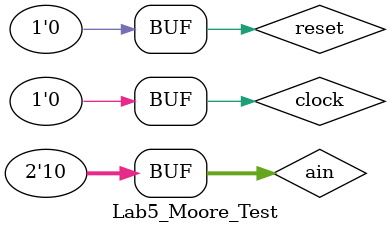
<source format=v>
`timescale 1ns / 1ps

module Lab5_Moore_Test();
    wire yout;
	reg clock;
	reg reset;
	reg [1:0] ain;
 
    Lab5_Moore DUT (.yout(yout), .clock(clock), .reset(reset), .ain(ain));   
    

    initial begin
        #0  clock=0; reset=1; ain[1:0]=2'b00; //0
        #5  clock=1; reset=1; ain[1:0]=2'b00;  //5
        #5  clock=0; reset=1; ain[1:0]=2'b00;  //10
        #5  clock=1; reset=1; ain[1:0]=2'b00;  //15
        #5  clock=0; reset=0; ain[1:0]=2'b00;  //20 
        #5  clock=1; reset=0; ain[1:0]=2'b00;  //25
        #5  clock=0; reset=0; ain[1:0]=2'b00;  //30
        #5  clock=1; reset=0; ain[1:0]=2'b00;  //35
        #5  clock=0; reset=0; ain[1:0]=2'b11;  //40
        #5  clock=1; reset=0; ain[1:0]=2'b11;  //45
        #5  clock=0; reset=0; ain[1:0]=2'b10;  //50
        #5  clock=1; reset=0; ain[1:0]=2'b10;  //55
        #5  clock=0; reset=0; ain[1:0]=2'b00;  //60
        #5  clock=1; reset=0; ain[1:0]=2'b00;  //65
        #5  clock=0; reset=0; ain[1:0]=2'b00;  //70
        #5  clock=1; reset=0; ain[1:0]=2'b00;  //75
        #5  clock=0; reset=0; ain[1:0]=2'b10; //80
        #5  clock=1; reset=0; ain[1:0]=2'b10;  //85
        #5  clock=0; reset=0; ain[1:0]=2'b00;  //90
        #5  clock=1; reset=0; ain[1:0]=2'b00;  //95
        #5  clock=0; reset=0; ain[1:0]=2'b11;  //100
        #5  clock=1; reset=0; ain[1:0]=2'b11;  //105
        #5  clock=0; reset=0; ain[1:0]=2'b00;  //110
        #5  clock=1; reset=0; ain[1:0]=2'b00;  //115
        #5  clock=0; reset=0; ain[1:0]=2'b01;  //120
        #5  clock=1; reset=0; ain[1:0]=2'b01;  //125
        #5  clock=0; reset=0; ain[1:0]=2'b00;  //130
        #5  clock=1; reset=0; ain[1:0]=2'b00;  //135
        #5  clock=0; reset=0; ain[1:0]=2'b10;  //140
        #5  clock=1; reset=0; ain[1:0]=2'b10;  //145
        #5  clock=0; reset=0; ain[1:0]=2'b11;  //150
        #5  clock=1; reset=0; ain[1:0]=2'b11;  //155
        #5  clock=0; reset=0; ain[1:0]=2'b00;  //160
        #5  clock=1; reset=0; ain[1:0]=2'b00;  //165
        #5  clock=0; reset=1; ain[1:0]=2'b00;  //170
        #5  clock=1; reset=1; ain[1:0]=2'b00;  //175
        #5  clock=0; reset=0; ain[1:0]=2'b00;  //180
        #5  clock=1; reset=0; ain[1:0]=2'b00;  //185
        #5  clock=0; reset=0; ain[1:0]=2'b10;  //190
        #5  clock=1; reset=0; ain[1:0]=2'b10;  //195
        #5  clock=0; reset=0; ain[1:0]=2'b10;  //200

       
    end
endmodule
</source>
